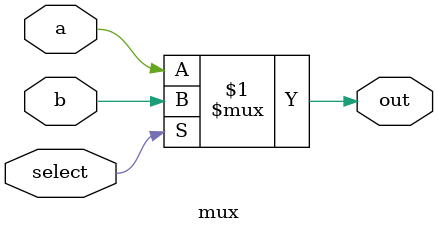
<source format=v>
module mux(
    input wire a,
    input wire b,
    input wire select,
    output wire out
);
    assign out = select ? b : a;
endmodule

</source>
